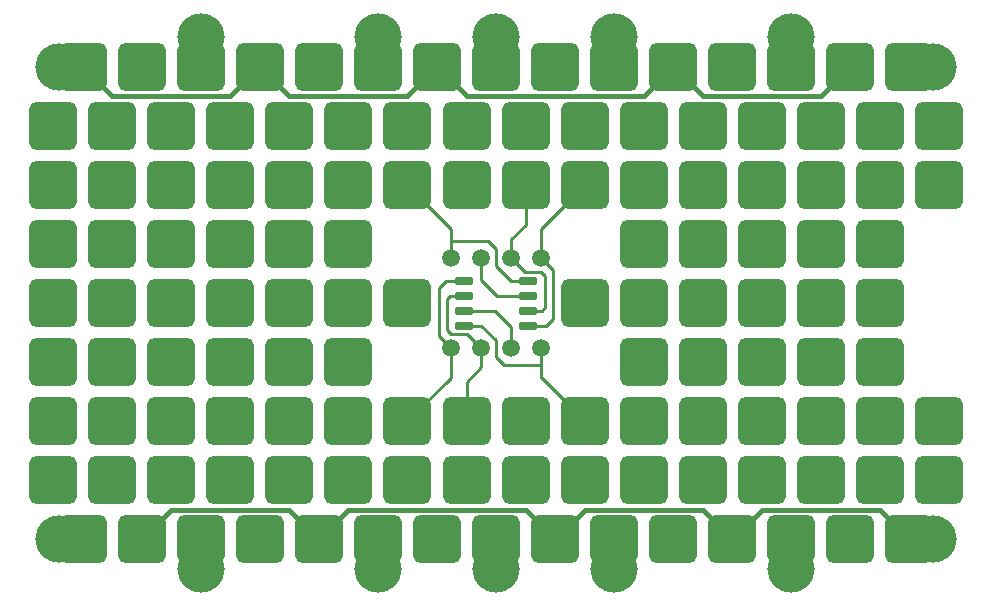
<source format=gtl>
G04*
G04 #@! TF.GenerationSoftware,Altium Limited,Altium Designer,24.6.1 (21)*
G04*
G04 Layer_Physical_Order=1*
G04 Layer_Color=255*
%FSLAX44Y44*%
%MOMM*%
G71*
G04*
G04 #@! TF.SameCoordinates,58C917F4-F435-4438-9918-92646441EF77*
G04*
G04*
G04 #@! TF.FilePolarity,Positive*
G04*
G01*
G75*
%ADD10C,0.2500*%
G04:AMPARAMS|DCode=19|XSize=0.6mm|YSize=1.5mm|CornerRadius=0.075mm|HoleSize=0mm|Usage=FLASHONLY|Rotation=90.000|XOffset=0mm|YOffset=0mm|HoleType=Round|Shape=RoundedRectangle|*
%AMROUNDEDRECTD19*
21,1,0.6000,1.3500,0,0,90.0*
21,1,0.4500,1.5000,0,0,90.0*
1,1,0.1500,0.6750,0.2250*
1,1,0.1500,0.6750,-0.2250*
1,1,0.1500,-0.6750,-0.2250*
1,1,0.1500,-0.6750,0.2250*
%
%ADD19ROUNDEDRECTD19*%
%ADD20C,0.4500*%
%ADD21C,1.5000*%
G04:AMPARAMS|DCode=22|XSize=4mm|YSize=4mm|CornerRadius=0.5mm|HoleSize=0mm|Usage=FLASHONLY|Rotation=0.000|XOffset=0mm|YOffset=0mm|HoleType=Round|Shape=RoundedRectangle|*
%AMROUNDEDRECTD22*
21,1,4.0000,3.0000,0,0,0.0*
21,1,3.0000,4.0000,0,0,0.0*
1,1,1.0000,1.5000,-1.5000*
1,1,1.0000,-1.5000,-1.5000*
1,1,1.0000,-1.5000,1.5000*
1,1,1.0000,1.5000,1.5000*
%
%ADD22ROUNDEDRECTD22*%
%ADD23C,4.0000*%
D10*
X437775Y-312775D02*
X475000Y-350000D01*
X437775Y-312775D02*
Y-302250D01*
X375000Y-350000D02*
Y-316500D01*
X325000Y-350000D02*
X361900Y-313100D01*
Y-288100D01*
X438100Y-186900D02*
X475000Y-150000D01*
X438100Y-211900D02*
Y-186900D01*
X425000Y-183500D02*
Y-150000D01*
X325000D02*
X361900Y-186900D01*
X400000Y-218500D02*
Y-204500D01*
X361900Y-211900D02*
Y-186900D01*
X373000Y-269050D02*
X383500Y-269050D01*
X373000Y-256350D02*
X390850Y-256350D01*
X373000Y-269050D02*
X373000Y-269050D01*
X363050Y-230950D02*
X373000Y-230950D01*
X361900Y-313100D02*
Y-288100D01*
X412700Y-288100D02*
X412700Y-288100D01*
X351500Y-277700D02*
X361900Y-288100D01*
X351500Y-277700D02*
Y-237000D01*
X357550Y-230950D01*
X363050D01*
X361350Y-243650D02*
X373000D01*
X358250Y-246750D02*
X361350Y-243650D01*
X358250Y-272750D02*
Y-246750D01*
Y-272750D02*
X362000Y-276500D01*
X375700D01*
X387300Y-288100D01*
X387300Y-288100D01*
X390850Y-256350D02*
X399100D01*
X412700Y-269950D01*
Y-288100D02*
Y-269950D01*
X387550Y-269050D02*
X400000Y-281500D01*
X383500Y-269050D02*
X387550D01*
X400000Y-295500D02*
X406750Y-302250D01*
X400000Y-295500D02*
Y-281500D01*
X437850Y-302250D02*
X438100Y-302500D01*
X406750Y-302250D02*
X437850D01*
X438100Y-313100D02*
Y-302500D01*
Y-288100D01*
X387300Y-230050D02*
Y-211900D01*
Y-230050D02*
X400900Y-243650D01*
X409150D01*
X387300Y-211900D02*
X387300Y-211900D01*
X409150Y-243650D02*
X427000Y-243650D01*
X362150Y-197750D02*
X393250D01*
X361900Y-197500D02*
X362150Y-197750D01*
X393250D02*
X400000Y-204500D01*
X412450Y-230950D02*
X416500D01*
X400000Y-218500D02*
X412450Y-230950D01*
X427000Y-230950D02*
X427000Y-230950D01*
X416500Y-230950D02*
X427000Y-230950D01*
X412700Y-211900D02*
X424300Y-223500D01*
X438000D01*
X441750Y-227250D01*
Y-253250D02*
Y-227250D01*
X438650Y-256350D02*
X441750Y-253250D01*
X427000Y-256350D02*
X438650D01*
X436950Y-269050D02*
X442450D01*
X448500Y-263000D01*
Y-222300D01*
X438100Y-211900D02*
X448500Y-222300D01*
X427000Y-269050D02*
X436950Y-269050D01*
X412700Y-211900D02*
Y-195800D01*
X425000Y-183500D01*
X375000Y-316500D02*
X387300Y-304200D01*
Y-288100D01*
D19*
X373000Y-230950D02*
D03*
Y-269050D02*
D03*
Y-256350D02*
D03*
X373000Y-243650D02*
D03*
X427000Y-230950D02*
D03*
Y-243650D02*
D03*
X427000Y-256350D02*
D03*
X427000Y-269050D02*
D03*
D20*
X600000Y-450000D02*
X625000Y-425000D01*
X575000D02*
X600000Y-450000D01*
X250000D02*
X275000Y-425000D01*
X225000D02*
X250000Y-450000D01*
X125000Y-425000D02*
X225000D01*
X100000Y-450000D02*
X125000Y-425000D01*
X450000Y-450000D02*
X475000Y-425000D01*
X725000D02*
X750000Y-450000D01*
X625000Y-425000D02*
X725000D01*
X475000D02*
X575000D01*
X425000D02*
X450000Y-450000D01*
X275000Y-425000D02*
X425000D01*
X375000Y-75000D02*
X525000D01*
X350000Y-50000D02*
X375000Y-75000D01*
X225000D02*
X325000D01*
X75000D02*
X175000D01*
X50000Y-50000D02*
X75000Y-75000D01*
X325000D02*
X350000Y-50000D01*
X675000Y-75000D02*
X700000Y-50000D01*
X575000Y-75000D02*
X675000D01*
X550000Y-50000D02*
X575000Y-75000D01*
X525000D02*
X550000Y-50000D01*
X200000D02*
X225000Y-75000D01*
X175000D02*
X200000Y-50000D01*
D21*
X438100Y-211900D02*
D03*
X412700Y-211900D02*
D03*
X387300Y-211900D02*
D03*
X361900D02*
D03*
X438100Y-288100D02*
D03*
X412700D02*
D03*
X387300Y-288100D02*
D03*
X361900Y-288100D02*
D03*
D22*
X475000Y-350000D02*
D03*
X425000D02*
D03*
X375000D02*
D03*
X475000Y-250000D02*
D03*
X325000Y-150000D02*
D03*
X375000D02*
D03*
X425000D02*
D03*
X475000D02*
D03*
X325000Y-250000D02*
D03*
Y-350000D02*
D03*
X50000Y-450000D02*
D03*
X100000D02*
D03*
X150000D02*
D03*
X200000D02*
D03*
X250000D02*
D03*
X300000D02*
D03*
X400000D02*
D03*
X500000D02*
D03*
X550000D02*
D03*
X600000D02*
D03*
X650000D02*
D03*
X700000D02*
D03*
X750000D02*
D03*
X450000D02*
D03*
X350000D02*
D03*
X450000Y-50000D02*
D03*
X350000D02*
D03*
X775000Y-400000D02*
D03*
X725000D02*
D03*
X525000D02*
D03*
X675000D02*
D03*
X475000D02*
D03*
X425000D02*
D03*
X375000D02*
D03*
X325000D02*
D03*
X275000D02*
D03*
X225000D02*
D03*
X175000D02*
D03*
X125000D02*
D03*
X75000D02*
D03*
X25000D02*
D03*
X625000D02*
D03*
X575000D02*
D03*
X775000Y-350000D02*
D03*
X725000D02*
D03*
X525000D02*
D03*
X675000D02*
D03*
X275000D02*
D03*
X225000D02*
D03*
X175000D02*
D03*
X125000D02*
D03*
X75000D02*
D03*
X25000D02*
D03*
X625000D02*
D03*
X575000D02*
D03*
X50000Y-50000D02*
D03*
X625000Y-150000D02*
D03*
X575000D02*
D03*
X625000Y-200000D02*
D03*
X575000D02*
D03*
X625000Y-250000D02*
D03*
X575000D02*
D03*
X225000Y-150000D02*
D03*
X175000D02*
D03*
X225000Y-200000D02*
D03*
X175000D02*
D03*
X225000Y-250000D02*
D03*
X175000D02*
D03*
X575000Y-300000D02*
D03*
X625000D02*
D03*
X25000D02*
D03*
X75000D02*
D03*
X125000D02*
D03*
X25000Y-250000D02*
D03*
X75000D02*
D03*
X125000D02*
D03*
X25000Y-200000D02*
D03*
X75000D02*
D03*
X125000D02*
D03*
X25000Y-150000D02*
D03*
X75000D02*
D03*
X125000D02*
D03*
X100000Y-50000D02*
D03*
X150000D02*
D03*
X200000D02*
D03*
X250000D02*
D03*
X300000D02*
D03*
X400000D02*
D03*
X500000D02*
D03*
X550000D02*
D03*
X600000D02*
D03*
X650000D02*
D03*
X700000D02*
D03*
X750000D02*
D03*
X475000Y-100000D02*
D03*
X425000D02*
D03*
X375000D02*
D03*
X325000D02*
D03*
X275000D02*
D03*
X225000D02*
D03*
X175000D02*
D03*
X125000D02*
D03*
X75000D02*
D03*
X25000D02*
D03*
X275000Y-250000D02*
D03*
Y-200000D02*
D03*
Y-150000D02*
D03*
X175000Y-300000D02*
D03*
X225000D02*
D03*
X275000D02*
D03*
X675000D02*
D03*
X525000D02*
D03*
Y-250000D02*
D03*
Y-200000D02*
D03*
Y-150000D02*
D03*
X675000Y-100000D02*
D03*
X625000D02*
D03*
X575000D02*
D03*
X525000D02*
D03*
X675000Y-150000D02*
D03*
Y-200000D02*
D03*
Y-250000D02*
D03*
X725000Y-200000D02*
D03*
Y-150000D02*
D03*
X775000D02*
D03*
X725000Y-100000D02*
D03*
X775000D02*
D03*
X725000Y-250000D02*
D03*
Y-300000D02*
D03*
D23*
X30000Y-450000D02*
D03*
X650000Y-475000D02*
D03*
X150000D02*
D03*
X300000D02*
D03*
X500000D02*
D03*
X400000D02*
D03*
X770000Y-450000D02*
D03*
X30000Y-50000D02*
D03*
X400000Y-25000D02*
D03*
X300000D02*
D03*
X500000D02*
D03*
X650000D02*
D03*
X150000D02*
D03*
X770000Y-50000D02*
D03*
M02*

</source>
